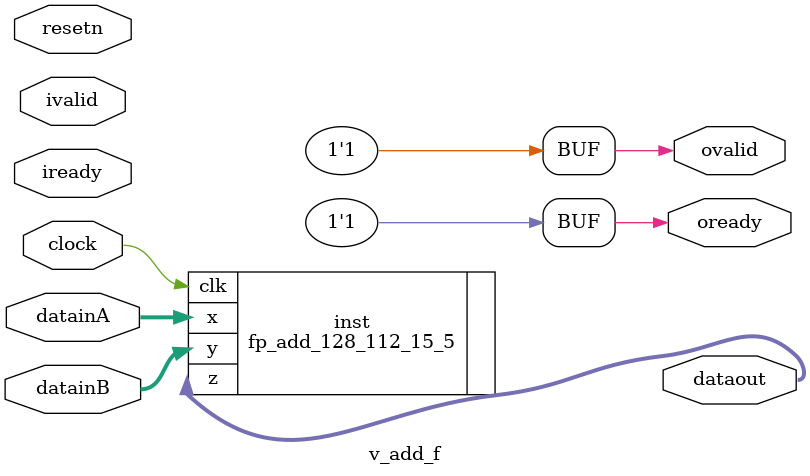
<source format=v>
`timescale 1 ps / 1 ps
module v_add_f (

	input   clock,
	input   resetn,
	input   ivalid, 
	input   iready,
	output  ovalid, 
	output  oready,
	input   [127:0]  datainA,
	input   [127:0]  datainB,
	output  [127:0]  dataout);

  assign ovalid = 1'b1;
  assign oready = 1'b1;
  // ivalid, iready, resetn are ignored

  fp_add_128_112_15_5 inst(
			    .x(datainA),
			    .y(datainB),
			    .z(dataout),
			    .clk(clock)
	);
endmodule

</source>
